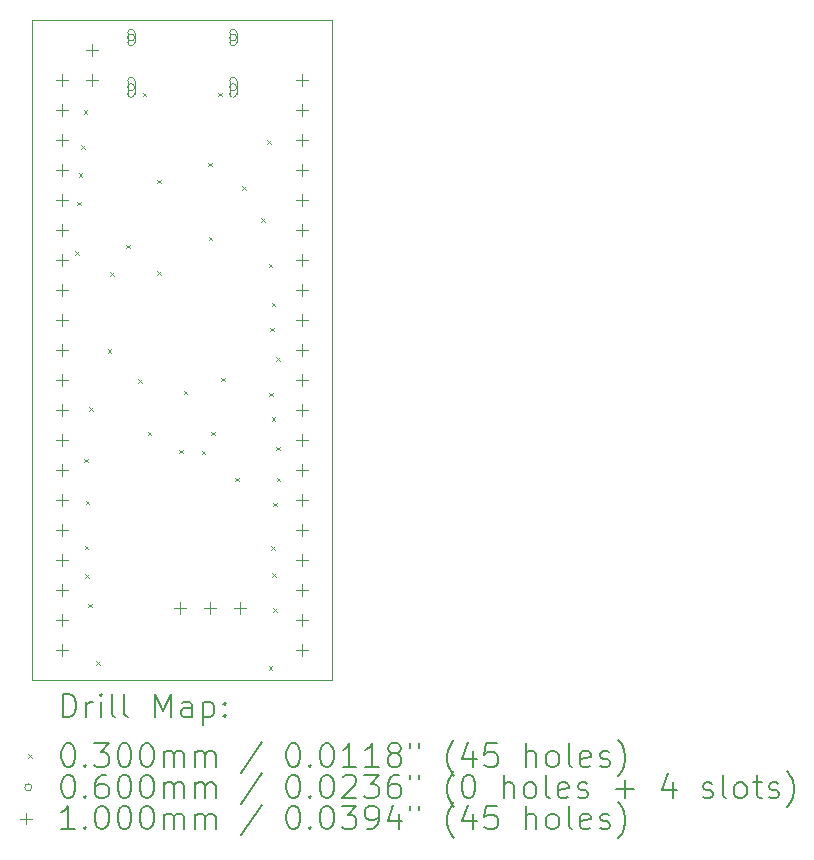
<source format=gbr>
%TF.GenerationSoftware,KiCad,Pcbnew,8.0.3*%
%TF.CreationDate,2024-07-23T22:42:39-04:00*%
%TF.ProjectId,RP2040 Custom,52503230-3430-4204-9375-73746f6d2e6b,rev?*%
%TF.SameCoordinates,Original*%
%TF.FileFunction,Drillmap*%
%TF.FilePolarity,Positive*%
%FSLAX45Y45*%
G04 Gerber Fmt 4.5, Leading zero omitted, Abs format (unit mm)*
G04 Created by KiCad (PCBNEW 8.0.3) date 2024-07-23 22:42:39*
%MOMM*%
%LPD*%
G01*
G04 APERTURE LIST*
%ADD10C,0.050000*%
%ADD11C,0.200000*%
%ADD12C,0.100000*%
G04 APERTURE END LIST*
D10*
X12700000Y-4318000D02*
X15240000Y-4318000D01*
X15240000Y-9906000D01*
X12700000Y-9906000D01*
X12700000Y-4318000D01*
D11*
D12*
X13066000Y-6271500D02*
X13096000Y-6301500D01*
X13096000Y-6271500D02*
X13066000Y-6301500D01*
X13081240Y-5854940D02*
X13111240Y-5884940D01*
X13111240Y-5854940D02*
X13081240Y-5884940D01*
X13093940Y-5611100D02*
X13123940Y-5641100D01*
X13123940Y-5611100D02*
X13093940Y-5641100D01*
X13114260Y-5377420D02*
X13144260Y-5407420D01*
X13144260Y-5377420D02*
X13114260Y-5407420D01*
X13137120Y-5077700D02*
X13167120Y-5107700D01*
X13167120Y-5077700D02*
X13137120Y-5107700D01*
X13142200Y-8031720D02*
X13172200Y-8061720D01*
X13172200Y-8031720D02*
X13142200Y-8061720D01*
X13144740Y-8765780D02*
X13174740Y-8795780D01*
X13174740Y-8765780D02*
X13144740Y-8795780D01*
X13149820Y-9009620D02*
X13179820Y-9039620D01*
X13179820Y-9009620D02*
X13149820Y-9039620D01*
X13154900Y-8384780D02*
X13184900Y-8414780D01*
X13184900Y-8384780D02*
X13154900Y-8414780D01*
X13175220Y-9258540D02*
X13205220Y-9288540D01*
X13205220Y-9258540D02*
X13175220Y-9288540D01*
X13182840Y-7592300D02*
X13212840Y-7622300D01*
X13212840Y-7592300D02*
X13182840Y-7622300D01*
X13241260Y-9746220D02*
X13271260Y-9776220D01*
X13271260Y-9746220D02*
X13241260Y-9776220D01*
X13340320Y-7102080D02*
X13370320Y-7132080D01*
X13370320Y-7102080D02*
X13340320Y-7132080D01*
X13360640Y-6449300D02*
X13390640Y-6479300D01*
X13390640Y-6449300D02*
X13360640Y-6479300D01*
X13495260Y-6218160D02*
X13525260Y-6248160D01*
X13525260Y-6218160D02*
X13495260Y-6248160D01*
X13596860Y-7358620D02*
X13626860Y-7388620D01*
X13626860Y-7358620D02*
X13596860Y-7388620D01*
X13637500Y-4930380D02*
X13667500Y-4960380D01*
X13667500Y-4930380D02*
X13637500Y-4960380D01*
X13680680Y-7803120D02*
X13710680Y-7833120D01*
X13710680Y-7803120D02*
X13680680Y-7833120D01*
X13759420Y-5666980D02*
X13789420Y-5696980D01*
X13789420Y-5666980D02*
X13759420Y-5696980D01*
X13759420Y-6444220D02*
X13789420Y-6474220D01*
X13789420Y-6444220D02*
X13759420Y-6474220D01*
X13944840Y-7952980D02*
X13974840Y-7982980D01*
X13974840Y-7952980D02*
X13944840Y-7982980D01*
X13985480Y-7455140D02*
X14015480Y-7485140D01*
X14015480Y-7455140D02*
X13985480Y-7485140D01*
X14137880Y-7963140D02*
X14167880Y-7993140D01*
X14167880Y-7963140D02*
X14137880Y-7993140D01*
X14191220Y-5524740D02*
X14221220Y-5554740D01*
X14221220Y-5524740D02*
X14191220Y-5554740D01*
X14196300Y-6149580D02*
X14226300Y-6179580D01*
X14226300Y-6149580D02*
X14196300Y-6179580D01*
X14216620Y-7803120D02*
X14246620Y-7833120D01*
X14246620Y-7803120D02*
X14216620Y-7833120D01*
X14277580Y-4930380D02*
X14307580Y-4960380D01*
X14307580Y-4930380D02*
X14277580Y-4960380D01*
X14300440Y-7345920D02*
X14330440Y-7375920D01*
X14330440Y-7345920D02*
X14300440Y-7375920D01*
X14419820Y-8191740D02*
X14449820Y-8221740D01*
X14449820Y-8191740D02*
X14419820Y-8221740D01*
X14480780Y-5722860D02*
X14510780Y-5752860D01*
X14510780Y-5722860D02*
X14480780Y-5752860D01*
X14640800Y-5994640D02*
X14670800Y-6024640D01*
X14670800Y-5994640D02*
X14640800Y-6024640D01*
X14689060Y-5331700D02*
X14719060Y-5361700D01*
X14719060Y-5331700D02*
X14689060Y-5361700D01*
X14701760Y-9786860D02*
X14731760Y-9816860D01*
X14731760Y-9786860D02*
X14701760Y-9816860D01*
X14704300Y-6380720D02*
X14734300Y-6410720D01*
X14734300Y-6380720D02*
X14704300Y-6410720D01*
X14710032Y-7472857D02*
X14740032Y-7502857D01*
X14740032Y-7472857D02*
X14710032Y-7502857D01*
X14717000Y-6921740D02*
X14747000Y-6951740D01*
X14747000Y-6921740D02*
X14717000Y-6951740D01*
X14724620Y-8773400D02*
X14754620Y-8803400D01*
X14754620Y-8773400D02*
X14724620Y-8803400D01*
X14727160Y-7681200D02*
X14757160Y-7711200D01*
X14757160Y-7681200D02*
X14727160Y-7711200D01*
X14729700Y-6708380D02*
X14759700Y-6738380D01*
X14759700Y-6708380D02*
X14729700Y-6738380D01*
X14734780Y-9002000D02*
X14764780Y-9032000D01*
X14764780Y-9002000D02*
X14734780Y-9032000D01*
X14739860Y-8402560D02*
X14769860Y-8432560D01*
X14769860Y-8402560D02*
X14739860Y-8432560D01*
X14739860Y-9296640D02*
X14769860Y-9326640D01*
X14769860Y-9296640D02*
X14739860Y-9326640D01*
X14767800Y-7173200D02*
X14797800Y-7203200D01*
X14797800Y-7173200D02*
X14767800Y-7203200D01*
X14767800Y-7930120D02*
X14797800Y-7960120D01*
X14797800Y-7930120D02*
X14767800Y-7960120D01*
X14770340Y-8191740D02*
X14800340Y-8221740D01*
X14800340Y-8191740D02*
X14770340Y-8221740D01*
X13568000Y-4464500D02*
G75*
G02*
X13508000Y-4464500I-30000J0D01*
G01*
X13508000Y-4464500D02*
G75*
G02*
X13568000Y-4464500I30000J0D01*
G01*
X13568000Y-4504500D02*
X13568000Y-4424500D01*
X13508000Y-4424500D02*
G75*
G02*
X13568000Y-4424500I30000J0D01*
G01*
X13508000Y-4424500D02*
X13508000Y-4504500D01*
X13508000Y-4504500D02*
G75*
G03*
X13568000Y-4504500I30000J0D01*
G01*
X13568000Y-4884500D02*
G75*
G02*
X13508000Y-4884500I-30000J0D01*
G01*
X13508000Y-4884500D02*
G75*
G02*
X13568000Y-4884500I30000J0D01*
G01*
X13568000Y-4939500D02*
X13568000Y-4829500D01*
X13508000Y-4829500D02*
G75*
G02*
X13568000Y-4829500I30000J0D01*
G01*
X13508000Y-4829500D02*
X13508000Y-4939500D01*
X13508000Y-4939500D02*
G75*
G03*
X13568000Y-4939500I30000J0D01*
G01*
X14432000Y-4464500D02*
G75*
G02*
X14372000Y-4464500I-30000J0D01*
G01*
X14372000Y-4464500D02*
G75*
G02*
X14432000Y-4464500I30000J0D01*
G01*
X14432000Y-4504500D02*
X14432000Y-4424500D01*
X14372000Y-4424500D02*
G75*
G02*
X14432000Y-4424500I30000J0D01*
G01*
X14372000Y-4424500D02*
X14372000Y-4504500D01*
X14372000Y-4504500D02*
G75*
G03*
X14432000Y-4504500I30000J0D01*
G01*
X14432000Y-4884500D02*
G75*
G02*
X14372000Y-4884500I-30000J0D01*
G01*
X14372000Y-4884500D02*
G75*
G02*
X14432000Y-4884500I30000J0D01*
G01*
X14432000Y-4939500D02*
X14432000Y-4829500D01*
X14372000Y-4829500D02*
G75*
G02*
X14432000Y-4829500I30000J0D01*
G01*
X14372000Y-4829500D02*
X14372000Y-4939500D01*
X14372000Y-4939500D02*
G75*
G03*
X14432000Y-4939500I30000J0D01*
G01*
X12954000Y-4776000D02*
X12954000Y-4876000D01*
X12904000Y-4826000D02*
X13004000Y-4826000D01*
X12954000Y-5030000D02*
X12954000Y-5130000D01*
X12904000Y-5080000D02*
X13004000Y-5080000D01*
X12954000Y-5284000D02*
X12954000Y-5384000D01*
X12904000Y-5334000D02*
X13004000Y-5334000D01*
X12954000Y-5538000D02*
X12954000Y-5638000D01*
X12904000Y-5588000D02*
X13004000Y-5588000D01*
X12954000Y-5792000D02*
X12954000Y-5892000D01*
X12904000Y-5842000D02*
X13004000Y-5842000D01*
X12954000Y-6046000D02*
X12954000Y-6146000D01*
X12904000Y-6096000D02*
X13004000Y-6096000D01*
X12954000Y-6300000D02*
X12954000Y-6400000D01*
X12904000Y-6350000D02*
X13004000Y-6350000D01*
X12954000Y-6554000D02*
X12954000Y-6654000D01*
X12904000Y-6604000D02*
X13004000Y-6604000D01*
X12954000Y-6808000D02*
X12954000Y-6908000D01*
X12904000Y-6858000D02*
X13004000Y-6858000D01*
X12954000Y-7062000D02*
X12954000Y-7162000D01*
X12904000Y-7112000D02*
X13004000Y-7112000D01*
X12954000Y-7316000D02*
X12954000Y-7416000D01*
X12904000Y-7366000D02*
X13004000Y-7366000D01*
X12954000Y-7570000D02*
X12954000Y-7670000D01*
X12904000Y-7620000D02*
X13004000Y-7620000D01*
X12954000Y-7824000D02*
X12954000Y-7924000D01*
X12904000Y-7874000D02*
X13004000Y-7874000D01*
X12954000Y-8078000D02*
X12954000Y-8178000D01*
X12904000Y-8128000D02*
X13004000Y-8128000D01*
X12954000Y-8332000D02*
X12954000Y-8432000D01*
X12904000Y-8382000D02*
X13004000Y-8382000D01*
X12954000Y-8586000D02*
X12954000Y-8686000D01*
X12904000Y-8636000D02*
X13004000Y-8636000D01*
X12954000Y-8840000D02*
X12954000Y-8940000D01*
X12904000Y-8890000D02*
X13004000Y-8890000D01*
X12954000Y-9094000D02*
X12954000Y-9194000D01*
X12904000Y-9144000D02*
X13004000Y-9144000D01*
X12954000Y-9348000D02*
X12954000Y-9448000D01*
X12904000Y-9398000D02*
X13004000Y-9398000D01*
X12954000Y-9602000D02*
X12954000Y-9702000D01*
X12904000Y-9652000D02*
X13004000Y-9652000D01*
X13208000Y-4522000D02*
X13208000Y-4622000D01*
X13158000Y-4572000D02*
X13258000Y-4572000D01*
X13208000Y-4776000D02*
X13208000Y-4876000D01*
X13158000Y-4826000D02*
X13258000Y-4826000D01*
X13952220Y-9246400D02*
X13952220Y-9346400D01*
X13902220Y-9296400D02*
X14002220Y-9296400D01*
X14206220Y-9246400D02*
X14206220Y-9346400D01*
X14156220Y-9296400D02*
X14256220Y-9296400D01*
X14460220Y-9246400D02*
X14460220Y-9346400D01*
X14410220Y-9296400D02*
X14510220Y-9296400D01*
X14986000Y-4776000D02*
X14986000Y-4876000D01*
X14936000Y-4826000D02*
X15036000Y-4826000D01*
X14986000Y-5030000D02*
X14986000Y-5130000D01*
X14936000Y-5080000D02*
X15036000Y-5080000D01*
X14986000Y-5284000D02*
X14986000Y-5384000D01*
X14936000Y-5334000D02*
X15036000Y-5334000D01*
X14986000Y-5538000D02*
X14986000Y-5638000D01*
X14936000Y-5588000D02*
X15036000Y-5588000D01*
X14986000Y-5792000D02*
X14986000Y-5892000D01*
X14936000Y-5842000D02*
X15036000Y-5842000D01*
X14986000Y-6046000D02*
X14986000Y-6146000D01*
X14936000Y-6096000D02*
X15036000Y-6096000D01*
X14986000Y-6300000D02*
X14986000Y-6400000D01*
X14936000Y-6350000D02*
X15036000Y-6350000D01*
X14986000Y-6554000D02*
X14986000Y-6654000D01*
X14936000Y-6604000D02*
X15036000Y-6604000D01*
X14986000Y-6808000D02*
X14986000Y-6908000D01*
X14936000Y-6858000D02*
X15036000Y-6858000D01*
X14986000Y-7062000D02*
X14986000Y-7162000D01*
X14936000Y-7112000D02*
X15036000Y-7112000D01*
X14986000Y-7316000D02*
X14986000Y-7416000D01*
X14936000Y-7366000D02*
X15036000Y-7366000D01*
X14986000Y-7570000D02*
X14986000Y-7670000D01*
X14936000Y-7620000D02*
X15036000Y-7620000D01*
X14986000Y-7824000D02*
X14986000Y-7924000D01*
X14936000Y-7874000D02*
X15036000Y-7874000D01*
X14986000Y-8078000D02*
X14986000Y-8178000D01*
X14936000Y-8128000D02*
X15036000Y-8128000D01*
X14986000Y-8332000D02*
X14986000Y-8432000D01*
X14936000Y-8382000D02*
X15036000Y-8382000D01*
X14986000Y-8586000D02*
X14986000Y-8686000D01*
X14936000Y-8636000D02*
X15036000Y-8636000D01*
X14986000Y-8840000D02*
X14986000Y-8940000D01*
X14936000Y-8890000D02*
X15036000Y-8890000D01*
X14986000Y-9094000D02*
X14986000Y-9194000D01*
X14936000Y-9144000D02*
X15036000Y-9144000D01*
X14986000Y-9348000D02*
X14986000Y-9448000D01*
X14936000Y-9398000D02*
X15036000Y-9398000D01*
X14986000Y-9602000D02*
X14986000Y-9702000D01*
X14936000Y-9652000D02*
X15036000Y-9652000D01*
D11*
X12958277Y-10219984D02*
X12958277Y-10019984D01*
X12958277Y-10019984D02*
X13005896Y-10019984D01*
X13005896Y-10019984D02*
X13034467Y-10029508D01*
X13034467Y-10029508D02*
X13053515Y-10048555D01*
X13053515Y-10048555D02*
X13063039Y-10067603D01*
X13063039Y-10067603D02*
X13072562Y-10105698D01*
X13072562Y-10105698D02*
X13072562Y-10134270D01*
X13072562Y-10134270D02*
X13063039Y-10172365D01*
X13063039Y-10172365D02*
X13053515Y-10191412D01*
X13053515Y-10191412D02*
X13034467Y-10210460D01*
X13034467Y-10210460D02*
X13005896Y-10219984D01*
X13005896Y-10219984D02*
X12958277Y-10219984D01*
X13158277Y-10219984D02*
X13158277Y-10086650D01*
X13158277Y-10124746D02*
X13167801Y-10105698D01*
X13167801Y-10105698D02*
X13177324Y-10096174D01*
X13177324Y-10096174D02*
X13196372Y-10086650D01*
X13196372Y-10086650D02*
X13215420Y-10086650D01*
X13282086Y-10219984D02*
X13282086Y-10086650D01*
X13282086Y-10019984D02*
X13272562Y-10029508D01*
X13272562Y-10029508D02*
X13282086Y-10039031D01*
X13282086Y-10039031D02*
X13291610Y-10029508D01*
X13291610Y-10029508D02*
X13282086Y-10019984D01*
X13282086Y-10019984D02*
X13282086Y-10039031D01*
X13405896Y-10219984D02*
X13386848Y-10210460D01*
X13386848Y-10210460D02*
X13377324Y-10191412D01*
X13377324Y-10191412D02*
X13377324Y-10019984D01*
X13510658Y-10219984D02*
X13491610Y-10210460D01*
X13491610Y-10210460D02*
X13482086Y-10191412D01*
X13482086Y-10191412D02*
X13482086Y-10019984D01*
X13739229Y-10219984D02*
X13739229Y-10019984D01*
X13739229Y-10019984D02*
X13805896Y-10162841D01*
X13805896Y-10162841D02*
X13872562Y-10019984D01*
X13872562Y-10019984D02*
X13872562Y-10219984D01*
X14053515Y-10219984D02*
X14053515Y-10115222D01*
X14053515Y-10115222D02*
X14043991Y-10096174D01*
X14043991Y-10096174D02*
X14024943Y-10086650D01*
X14024943Y-10086650D02*
X13986848Y-10086650D01*
X13986848Y-10086650D02*
X13967801Y-10096174D01*
X14053515Y-10210460D02*
X14034467Y-10219984D01*
X14034467Y-10219984D02*
X13986848Y-10219984D01*
X13986848Y-10219984D02*
X13967801Y-10210460D01*
X13967801Y-10210460D02*
X13958277Y-10191412D01*
X13958277Y-10191412D02*
X13958277Y-10172365D01*
X13958277Y-10172365D02*
X13967801Y-10153317D01*
X13967801Y-10153317D02*
X13986848Y-10143793D01*
X13986848Y-10143793D02*
X14034467Y-10143793D01*
X14034467Y-10143793D02*
X14053515Y-10134270D01*
X14148753Y-10086650D02*
X14148753Y-10286650D01*
X14148753Y-10096174D02*
X14167801Y-10086650D01*
X14167801Y-10086650D02*
X14205896Y-10086650D01*
X14205896Y-10086650D02*
X14224943Y-10096174D01*
X14224943Y-10096174D02*
X14234467Y-10105698D01*
X14234467Y-10105698D02*
X14243991Y-10124746D01*
X14243991Y-10124746D02*
X14243991Y-10181889D01*
X14243991Y-10181889D02*
X14234467Y-10200936D01*
X14234467Y-10200936D02*
X14224943Y-10210460D01*
X14224943Y-10210460D02*
X14205896Y-10219984D01*
X14205896Y-10219984D02*
X14167801Y-10219984D01*
X14167801Y-10219984D02*
X14148753Y-10210460D01*
X14329705Y-10200936D02*
X14339229Y-10210460D01*
X14339229Y-10210460D02*
X14329705Y-10219984D01*
X14329705Y-10219984D02*
X14320182Y-10210460D01*
X14320182Y-10210460D02*
X14329705Y-10200936D01*
X14329705Y-10200936D02*
X14329705Y-10219984D01*
X14329705Y-10096174D02*
X14339229Y-10105698D01*
X14339229Y-10105698D02*
X14329705Y-10115222D01*
X14329705Y-10115222D02*
X14320182Y-10105698D01*
X14320182Y-10105698D02*
X14329705Y-10096174D01*
X14329705Y-10096174D02*
X14329705Y-10115222D01*
D12*
X12667500Y-10533500D02*
X12697500Y-10563500D01*
X12697500Y-10533500D02*
X12667500Y-10563500D01*
D11*
X12996372Y-10439984D02*
X13015420Y-10439984D01*
X13015420Y-10439984D02*
X13034467Y-10449508D01*
X13034467Y-10449508D02*
X13043991Y-10459031D01*
X13043991Y-10459031D02*
X13053515Y-10478079D01*
X13053515Y-10478079D02*
X13063039Y-10516174D01*
X13063039Y-10516174D02*
X13063039Y-10563793D01*
X13063039Y-10563793D02*
X13053515Y-10601889D01*
X13053515Y-10601889D02*
X13043991Y-10620936D01*
X13043991Y-10620936D02*
X13034467Y-10630460D01*
X13034467Y-10630460D02*
X13015420Y-10639984D01*
X13015420Y-10639984D02*
X12996372Y-10639984D01*
X12996372Y-10639984D02*
X12977324Y-10630460D01*
X12977324Y-10630460D02*
X12967801Y-10620936D01*
X12967801Y-10620936D02*
X12958277Y-10601889D01*
X12958277Y-10601889D02*
X12948753Y-10563793D01*
X12948753Y-10563793D02*
X12948753Y-10516174D01*
X12948753Y-10516174D02*
X12958277Y-10478079D01*
X12958277Y-10478079D02*
X12967801Y-10459031D01*
X12967801Y-10459031D02*
X12977324Y-10449508D01*
X12977324Y-10449508D02*
X12996372Y-10439984D01*
X13148753Y-10620936D02*
X13158277Y-10630460D01*
X13158277Y-10630460D02*
X13148753Y-10639984D01*
X13148753Y-10639984D02*
X13139229Y-10630460D01*
X13139229Y-10630460D02*
X13148753Y-10620936D01*
X13148753Y-10620936D02*
X13148753Y-10639984D01*
X13224943Y-10439984D02*
X13348753Y-10439984D01*
X13348753Y-10439984D02*
X13282086Y-10516174D01*
X13282086Y-10516174D02*
X13310658Y-10516174D01*
X13310658Y-10516174D02*
X13329705Y-10525698D01*
X13329705Y-10525698D02*
X13339229Y-10535222D01*
X13339229Y-10535222D02*
X13348753Y-10554270D01*
X13348753Y-10554270D02*
X13348753Y-10601889D01*
X13348753Y-10601889D02*
X13339229Y-10620936D01*
X13339229Y-10620936D02*
X13329705Y-10630460D01*
X13329705Y-10630460D02*
X13310658Y-10639984D01*
X13310658Y-10639984D02*
X13253515Y-10639984D01*
X13253515Y-10639984D02*
X13234467Y-10630460D01*
X13234467Y-10630460D02*
X13224943Y-10620936D01*
X13472562Y-10439984D02*
X13491610Y-10439984D01*
X13491610Y-10439984D02*
X13510658Y-10449508D01*
X13510658Y-10449508D02*
X13520182Y-10459031D01*
X13520182Y-10459031D02*
X13529705Y-10478079D01*
X13529705Y-10478079D02*
X13539229Y-10516174D01*
X13539229Y-10516174D02*
X13539229Y-10563793D01*
X13539229Y-10563793D02*
X13529705Y-10601889D01*
X13529705Y-10601889D02*
X13520182Y-10620936D01*
X13520182Y-10620936D02*
X13510658Y-10630460D01*
X13510658Y-10630460D02*
X13491610Y-10639984D01*
X13491610Y-10639984D02*
X13472562Y-10639984D01*
X13472562Y-10639984D02*
X13453515Y-10630460D01*
X13453515Y-10630460D02*
X13443991Y-10620936D01*
X13443991Y-10620936D02*
X13434467Y-10601889D01*
X13434467Y-10601889D02*
X13424943Y-10563793D01*
X13424943Y-10563793D02*
X13424943Y-10516174D01*
X13424943Y-10516174D02*
X13434467Y-10478079D01*
X13434467Y-10478079D02*
X13443991Y-10459031D01*
X13443991Y-10459031D02*
X13453515Y-10449508D01*
X13453515Y-10449508D02*
X13472562Y-10439984D01*
X13663039Y-10439984D02*
X13682086Y-10439984D01*
X13682086Y-10439984D02*
X13701134Y-10449508D01*
X13701134Y-10449508D02*
X13710658Y-10459031D01*
X13710658Y-10459031D02*
X13720182Y-10478079D01*
X13720182Y-10478079D02*
X13729705Y-10516174D01*
X13729705Y-10516174D02*
X13729705Y-10563793D01*
X13729705Y-10563793D02*
X13720182Y-10601889D01*
X13720182Y-10601889D02*
X13710658Y-10620936D01*
X13710658Y-10620936D02*
X13701134Y-10630460D01*
X13701134Y-10630460D02*
X13682086Y-10639984D01*
X13682086Y-10639984D02*
X13663039Y-10639984D01*
X13663039Y-10639984D02*
X13643991Y-10630460D01*
X13643991Y-10630460D02*
X13634467Y-10620936D01*
X13634467Y-10620936D02*
X13624943Y-10601889D01*
X13624943Y-10601889D02*
X13615420Y-10563793D01*
X13615420Y-10563793D02*
X13615420Y-10516174D01*
X13615420Y-10516174D02*
X13624943Y-10478079D01*
X13624943Y-10478079D02*
X13634467Y-10459031D01*
X13634467Y-10459031D02*
X13643991Y-10449508D01*
X13643991Y-10449508D02*
X13663039Y-10439984D01*
X13815420Y-10639984D02*
X13815420Y-10506650D01*
X13815420Y-10525698D02*
X13824943Y-10516174D01*
X13824943Y-10516174D02*
X13843991Y-10506650D01*
X13843991Y-10506650D02*
X13872563Y-10506650D01*
X13872563Y-10506650D02*
X13891610Y-10516174D01*
X13891610Y-10516174D02*
X13901134Y-10535222D01*
X13901134Y-10535222D02*
X13901134Y-10639984D01*
X13901134Y-10535222D02*
X13910658Y-10516174D01*
X13910658Y-10516174D02*
X13929705Y-10506650D01*
X13929705Y-10506650D02*
X13958277Y-10506650D01*
X13958277Y-10506650D02*
X13977324Y-10516174D01*
X13977324Y-10516174D02*
X13986848Y-10535222D01*
X13986848Y-10535222D02*
X13986848Y-10639984D01*
X14082086Y-10639984D02*
X14082086Y-10506650D01*
X14082086Y-10525698D02*
X14091610Y-10516174D01*
X14091610Y-10516174D02*
X14110658Y-10506650D01*
X14110658Y-10506650D02*
X14139229Y-10506650D01*
X14139229Y-10506650D02*
X14158277Y-10516174D01*
X14158277Y-10516174D02*
X14167801Y-10535222D01*
X14167801Y-10535222D02*
X14167801Y-10639984D01*
X14167801Y-10535222D02*
X14177324Y-10516174D01*
X14177324Y-10516174D02*
X14196372Y-10506650D01*
X14196372Y-10506650D02*
X14224943Y-10506650D01*
X14224943Y-10506650D02*
X14243991Y-10516174D01*
X14243991Y-10516174D02*
X14253515Y-10535222D01*
X14253515Y-10535222D02*
X14253515Y-10639984D01*
X14643991Y-10430460D02*
X14472563Y-10687603D01*
X14901134Y-10439984D02*
X14920182Y-10439984D01*
X14920182Y-10439984D02*
X14939229Y-10449508D01*
X14939229Y-10449508D02*
X14948753Y-10459031D01*
X14948753Y-10459031D02*
X14958277Y-10478079D01*
X14958277Y-10478079D02*
X14967801Y-10516174D01*
X14967801Y-10516174D02*
X14967801Y-10563793D01*
X14967801Y-10563793D02*
X14958277Y-10601889D01*
X14958277Y-10601889D02*
X14948753Y-10620936D01*
X14948753Y-10620936D02*
X14939229Y-10630460D01*
X14939229Y-10630460D02*
X14920182Y-10639984D01*
X14920182Y-10639984D02*
X14901134Y-10639984D01*
X14901134Y-10639984D02*
X14882086Y-10630460D01*
X14882086Y-10630460D02*
X14872563Y-10620936D01*
X14872563Y-10620936D02*
X14863039Y-10601889D01*
X14863039Y-10601889D02*
X14853515Y-10563793D01*
X14853515Y-10563793D02*
X14853515Y-10516174D01*
X14853515Y-10516174D02*
X14863039Y-10478079D01*
X14863039Y-10478079D02*
X14872563Y-10459031D01*
X14872563Y-10459031D02*
X14882086Y-10449508D01*
X14882086Y-10449508D02*
X14901134Y-10439984D01*
X15053515Y-10620936D02*
X15063039Y-10630460D01*
X15063039Y-10630460D02*
X15053515Y-10639984D01*
X15053515Y-10639984D02*
X15043991Y-10630460D01*
X15043991Y-10630460D02*
X15053515Y-10620936D01*
X15053515Y-10620936D02*
X15053515Y-10639984D01*
X15186848Y-10439984D02*
X15205896Y-10439984D01*
X15205896Y-10439984D02*
X15224944Y-10449508D01*
X15224944Y-10449508D02*
X15234467Y-10459031D01*
X15234467Y-10459031D02*
X15243991Y-10478079D01*
X15243991Y-10478079D02*
X15253515Y-10516174D01*
X15253515Y-10516174D02*
X15253515Y-10563793D01*
X15253515Y-10563793D02*
X15243991Y-10601889D01*
X15243991Y-10601889D02*
X15234467Y-10620936D01*
X15234467Y-10620936D02*
X15224944Y-10630460D01*
X15224944Y-10630460D02*
X15205896Y-10639984D01*
X15205896Y-10639984D02*
X15186848Y-10639984D01*
X15186848Y-10639984D02*
X15167801Y-10630460D01*
X15167801Y-10630460D02*
X15158277Y-10620936D01*
X15158277Y-10620936D02*
X15148753Y-10601889D01*
X15148753Y-10601889D02*
X15139229Y-10563793D01*
X15139229Y-10563793D02*
X15139229Y-10516174D01*
X15139229Y-10516174D02*
X15148753Y-10478079D01*
X15148753Y-10478079D02*
X15158277Y-10459031D01*
X15158277Y-10459031D02*
X15167801Y-10449508D01*
X15167801Y-10449508D02*
X15186848Y-10439984D01*
X15443991Y-10639984D02*
X15329706Y-10639984D01*
X15386848Y-10639984D02*
X15386848Y-10439984D01*
X15386848Y-10439984D02*
X15367801Y-10468555D01*
X15367801Y-10468555D02*
X15348753Y-10487603D01*
X15348753Y-10487603D02*
X15329706Y-10497127D01*
X15634467Y-10639984D02*
X15520182Y-10639984D01*
X15577325Y-10639984D02*
X15577325Y-10439984D01*
X15577325Y-10439984D02*
X15558277Y-10468555D01*
X15558277Y-10468555D02*
X15539229Y-10487603D01*
X15539229Y-10487603D02*
X15520182Y-10497127D01*
X15748753Y-10525698D02*
X15729706Y-10516174D01*
X15729706Y-10516174D02*
X15720182Y-10506650D01*
X15720182Y-10506650D02*
X15710658Y-10487603D01*
X15710658Y-10487603D02*
X15710658Y-10478079D01*
X15710658Y-10478079D02*
X15720182Y-10459031D01*
X15720182Y-10459031D02*
X15729706Y-10449508D01*
X15729706Y-10449508D02*
X15748753Y-10439984D01*
X15748753Y-10439984D02*
X15786848Y-10439984D01*
X15786848Y-10439984D02*
X15805896Y-10449508D01*
X15805896Y-10449508D02*
X15815420Y-10459031D01*
X15815420Y-10459031D02*
X15824944Y-10478079D01*
X15824944Y-10478079D02*
X15824944Y-10487603D01*
X15824944Y-10487603D02*
X15815420Y-10506650D01*
X15815420Y-10506650D02*
X15805896Y-10516174D01*
X15805896Y-10516174D02*
X15786848Y-10525698D01*
X15786848Y-10525698D02*
X15748753Y-10525698D01*
X15748753Y-10525698D02*
X15729706Y-10535222D01*
X15729706Y-10535222D02*
X15720182Y-10544746D01*
X15720182Y-10544746D02*
X15710658Y-10563793D01*
X15710658Y-10563793D02*
X15710658Y-10601889D01*
X15710658Y-10601889D02*
X15720182Y-10620936D01*
X15720182Y-10620936D02*
X15729706Y-10630460D01*
X15729706Y-10630460D02*
X15748753Y-10639984D01*
X15748753Y-10639984D02*
X15786848Y-10639984D01*
X15786848Y-10639984D02*
X15805896Y-10630460D01*
X15805896Y-10630460D02*
X15815420Y-10620936D01*
X15815420Y-10620936D02*
X15824944Y-10601889D01*
X15824944Y-10601889D02*
X15824944Y-10563793D01*
X15824944Y-10563793D02*
X15815420Y-10544746D01*
X15815420Y-10544746D02*
X15805896Y-10535222D01*
X15805896Y-10535222D02*
X15786848Y-10525698D01*
X15901134Y-10439984D02*
X15901134Y-10478079D01*
X15977325Y-10439984D02*
X15977325Y-10478079D01*
X16272563Y-10716174D02*
X16263039Y-10706650D01*
X16263039Y-10706650D02*
X16243991Y-10678079D01*
X16243991Y-10678079D02*
X16234468Y-10659031D01*
X16234468Y-10659031D02*
X16224944Y-10630460D01*
X16224944Y-10630460D02*
X16215420Y-10582841D01*
X16215420Y-10582841D02*
X16215420Y-10544746D01*
X16215420Y-10544746D02*
X16224944Y-10497127D01*
X16224944Y-10497127D02*
X16234468Y-10468555D01*
X16234468Y-10468555D02*
X16243991Y-10449508D01*
X16243991Y-10449508D02*
X16263039Y-10420936D01*
X16263039Y-10420936D02*
X16272563Y-10411412D01*
X16434468Y-10506650D02*
X16434468Y-10639984D01*
X16386848Y-10430460D02*
X16339229Y-10573317D01*
X16339229Y-10573317D02*
X16463039Y-10573317D01*
X16634468Y-10439984D02*
X16539229Y-10439984D01*
X16539229Y-10439984D02*
X16529706Y-10535222D01*
X16529706Y-10535222D02*
X16539229Y-10525698D01*
X16539229Y-10525698D02*
X16558277Y-10516174D01*
X16558277Y-10516174D02*
X16605896Y-10516174D01*
X16605896Y-10516174D02*
X16624944Y-10525698D01*
X16624944Y-10525698D02*
X16634468Y-10535222D01*
X16634468Y-10535222D02*
X16643991Y-10554270D01*
X16643991Y-10554270D02*
X16643991Y-10601889D01*
X16643991Y-10601889D02*
X16634468Y-10620936D01*
X16634468Y-10620936D02*
X16624944Y-10630460D01*
X16624944Y-10630460D02*
X16605896Y-10639984D01*
X16605896Y-10639984D02*
X16558277Y-10639984D01*
X16558277Y-10639984D02*
X16539229Y-10630460D01*
X16539229Y-10630460D02*
X16529706Y-10620936D01*
X16882087Y-10639984D02*
X16882087Y-10439984D01*
X16967801Y-10639984D02*
X16967801Y-10535222D01*
X16967801Y-10535222D02*
X16958277Y-10516174D01*
X16958277Y-10516174D02*
X16939230Y-10506650D01*
X16939230Y-10506650D02*
X16910658Y-10506650D01*
X16910658Y-10506650D02*
X16891611Y-10516174D01*
X16891611Y-10516174D02*
X16882087Y-10525698D01*
X17091611Y-10639984D02*
X17072563Y-10630460D01*
X17072563Y-10630460D02*
X17063039Y-10620936D01*
X17063039Y-10620936D02*
X17053515Y-10601889D01*
X17053515Y-10601889D02*
X17053515Y-10544746D01*
X17053515Y-10544746D02*
X17063039Y-10525698D01*
X17063039Y-10525698D02*
X17072563Y-10516174D01*
X17072563Y-10516174D02*
X17091611Y-10506650D01*
X17091611Y-10506650D02*
X17120182Y-10506650D01*
X17120182Y-10506650D02*
X17139230Y-10516174D01*
X17139230Y-10516174D02*
X17148753Y-10525698D01*
X17148753Y-10525698D02*
X17158277Y-10544746D01*
X17158277Y-10544746D02*
X17158277Y-10601889D01*
X17158277Y-10601889D02*
X17148753Y-10620936D01*
X17148753Y-10620936D02*
X17139230Y-10630460D01*
X17139230Y-10630460D02*
X17120182Y-10639984D01*
X17120182Y-10639984D02*
X17091611Y-10639984D01*
X17272563Y-10639984D02*
X17253515Y-10630460D01*
X17253515Y-10630460D02*
X17243992Y-10611412D01*
X17243992Y-10611412D02*
X17243992Y-10439984D01*
X17424944Y-10630460D02*
X17405896Y-10639984D01*
X17405896Y-10639984D02*
X17367801Y-10639984D01*
X17367801Y-10639984D02*
X17348753Y-10630460D01*
X17348753Y-10630460D02*
X17339230Y-10611412D01*
X17339230Y-10611412D02*
X17339230Y-10535222D01*
X17339230Y-10535222D02*
X17348753Y-10516174D01*
X17348753Y-10516174D02*
X17367801Y-10506650D01*
X17367801Y-10506650D02*
X17405896Y-10506650D01*
X17405896Y-10506650D02*
X17424944Y-10516174D01*
X17424944Y-10516174D02*
X17434468Y-10535222D01*
X17434468Y-10535222D02*
X17434468Y-10554270D01*
X17434468Y-10554270D02*
X17339230Y-10573317D01*
X17510658Y-10630460D02*
X17529706Y-10639984D01*
X17529706Y-10639984D02*
X17567801Y-10639984D01*
X17567801Y-10639984D02*
X17586849Y-10630460D01*
X17586849Y-10630460D02*
X17596373Y-10611412D01*
X17596373Y-10611412D02*
X17596373Y-10601889D01*
X17596373Y-10601889D02*
X17586849Y-10582841D01*
X17586849Y-10582841D02*
X17567801Y-10573317D01*
X17567801Y-10573317D02*
X17539230Y-10573317D01*
X17539230Y-10573317D02*
X17520182Y-10563793D01*
X17520182Y-10563793D02*
X17510658Y-10544746D01*
X17510658Y-10544746D02*
X17510658Y-10535222D01*
X17510658Y-10535222D02*
X17520182Y-10516174D01*
X17520182Y-10516174D02*
X17539230Y-10506650D01*
X17539230Y-10506650D02*
X17567801Y-10506650D01*
X17567801Y-10506650D02*
X17586849Y-10516174D01*
X17663039Y-10716174D02*
X17672563Y-10706650D01*
X17672563Y-10706650D02*
X17691611Y-10678079D01*
X17691611Y-10678079D02*
X17701134Y-10659031D01*
X17701134Y-10659031D02*
X17710658Y-10630460D01*
X17710658Y-10630460D02*
X17720182Y-10582841D01*
X17720182Y-10582841D02*
X17720182Y-10544746D01*
X17720182Y-10544746D02*
X17710658Y-10497127D01*
X17710658Y-10497127D02*
X17701134Y-10468555D01*
X17701134Y-10468555D02*
X17691611Y-10449508D01*
X17691611Y-10449508D02*
X17672563Y-10420936D01*
X17672563Y-10420936D02*
X17663039Y-10411412D01*
D12*
X12697500Y-10812500D02*
G75*
G02*
X12637500Y-10812500I-30000J0D01*
G01*
X12637500Y-10812500D02*
G75*
G02*
X12697500Y-10812500I30000J0D01*
G01*
D11*
X12996372Y-10703984D02*
X13015420Y-10703984D01*
X13015420Y-10703984D02*
X13034467Y-10713508D01*
X13034467Y-10713508D02*
X13043991Y-10723031D01*
X13043991Y-10723031D02*
X13053515Y-10742079D01*
X13053515Y-10742079D02*
X13063039Y-10780174D01*
X13063039Y-10780174D02*
X13063039Y-10827793D01*
X13063039Y-10827793D02*
X13053515Y-10865889D01*
X13053515Y-10865889D02*
X13043991Y-10884936D01*
X13043991Y-10884936D02*
X13034467Y-10894460D01*
X13034467Y-10894460D02*
X13015420Y-10903984D01*
X13015420Y-10903984D02*
X12996372Y-10903984D01*
X12996372Y-10903984D02*
X12977324Y-10894460D01*
X12977324Y-10894460D02*
X12967801Y-10884936D01*
X12967801Y-10884936D02*
X12958277Y-10865889D01*
X12958277Y-10865889D02*
X12948753Y-10827793D01*
X12948753Y-10827793D02*
X12948753Y-10780174D01*
X12948753Y-10780174D02*
X12958277Y-10742079D01*
X12958277Y-10742079D02*
X12967801Y-10723031D01*
X12967801Y-10723031D02*
X12977324Y-10713508D01*
X12977324Y-10713508D02*
X12996372Y-10703984D01*
X13148753Y-10884936D02*
X13158277Y-10894460D01*
X13158277Y-10894460D02*
X13148753Y-10903984D01*
X13148753Y-10903984D02*
X13139229Y-10894460D01*
X13139229Y-10894460D02*
X13148753Y-10884936D01*
X13148753Y-10884936D02*
X13148753Y-10903984D01*
X13329705Y-10703984D02*
X13291610Y-10703984D01*
X13291610Y-10703984D02*
X13272562Y-10713508D01*
X13272562Y-10713508D02*
X13263039Y-10723031D01*
X13263039Y-10723031D02*
X13243991Y-10751603D01*
X13243991Y-10751603D02*
X13234467Y-10789698D01*
X13234467Y-10789698D02*
X13234467Y-10865889D01*
X13234467Y-10865889D02*
X13243991Y-10884936D01*
X13243991Y-10884936D02*
X13253515Y-10894460D01*
X13253515Y-10894460D02*
X13272562Y-10903984D01*
X13272562Y-10903984D02*
X13310658Y-10903984D01*
X13310658Y-10903984D02*
X13329705Y-10894460D01*
X13329705Y-10894460D02*
X13339229Y-10884936D01*
X13339229Y-10884936D02*
X13348753Y-10865889D01*
X13348753Y-10865889D02*
X13348753Y-10818270D01*
X13348753Y-10818270D02*
X13339229Y-10799222D01*
X13339229Y-10799222D02*
X13329705Y-10789698D01*
X13329705Y-10789698D02*
X13310658Y-10780174D01*
X13310658Y-10780174D02*
X13272562Y-10780174D01*
X13272562Y-10780174D02*
X13253515Y-10789698D01*
X13253515Y-10789698D02*
X13243991Y-10799222D01*
X13243991Y-10799222D02*
X13234467Y-10818270D01*
X13472562Y-10703984D02*
X13491610Y-10703984D01*
X13491610Y-10703984D02*
X13510658Y-10713508D01*
X13510658Y-10713508D02*
X13520182Y-10723031D01*
X13520182Y-10723031D02*
X13529705Y-10742079D01*
X13529705Y-10742079D02*
X13539229Y-10780174D01*
X13539229Y-10780174D02*
X13539229Y-10827793D01*
X13539229Y-10827793D02*
X13529705Y-10865889D01*
X13529705Y-10865889D02*
X13520182Y-10884936D01*
X13520182Y-10884936D02*
X13510658Y-10894460D01*
X13510658Y-10894460D02*
X13491610Y-10903984D01*
X13491610Y-10903984D02*
X13472562Y-10903984D01*
X13472562Y-10903984D02*
X13453515Y-10894460D01*
X13453515Y-10894460D02*
X13443991Y-10884936D01*
X13443991Y-10884936D02*
X13434467Y-10865889D01*
X13434467Y-10865889D02*
X13424943Y-10827793D01*
X13424943Y-10827793D02*
X13424943Y-10780174D01*
X13424943Y-10780174D02*
X13434467Y-10742079D01*
X13434467Y-10742079D02*
X13443991Y-10723031D01*
X13443991Y-10723031D02*
X13453515Y-10713508D01*
X13453515Y-10713508D02*
X13472562Y-10703984D01*
X13663039Y-10703984D02*
X13682086Y-10703984D01*
X13682086Y-10703984D02*
X13701134Y-10713508D01*
X13701134Y-10713508D02*
X13710658Y-10723031D01*
X13710658Y-10723031D02*
X13720182Y-10742079D01*
X13720182Y-10742079D02*
X13729705Y-10780174D01*
X13729705Y-10780174D02*
X13729705Y-10827793D01*
X13729705Y-10827793D02*
X13720182Y-10865889D01*
X13720182Y-10865889D02*
X13710658Y-10884936D01*
X13710658Y-10884936D02*
X13701134Y-10894460D01*
X13701134Y-10894460D02*
X13682086Y-10903984D01*
X13682086Y-10903984D02*
X13663039Y-10903984D01*
X13663039Y-10903984D02*
X13643991Y-10894460D01*
X13643991Y-10894460D02*
X13634467Y-10884936D01*
X13634467Y-10884936D02*
X13624943Y-10865889D01*
X13624943Y-10865889D02*
X13615420Y-10827793D01*
X13615420Y-10827793D02*
X13615420Y-10780174D01*
X13615420Y-10780174D02*
X13624943Y-10742079D01*
X13624943Y-10742079D02*
X13634467Y-10723031D01*
X13634467Y-10723031D02*
X13643991Y-10713508D01*
X13643991Y-10713508D02*
X13663039Y-10703984D01*
X13815420Y-10903984D02*
X13815420Y-10770650D01*
X13815420Y-10789698D02*
X13824943Y-10780174D01*
X13824943Y-10780174D02*
X13843991Y-10770650D01*
X13843991Y-10770650D02*
X13872563Y-10770650D01*
X13872563Y-10770650D02*
X13891610Y-10780174D01*
X13891610Y-10780174D02*
X13901134Y-10799222D01*
X13901134Y-10799222D02*
X13901134Y-10903984D01*
X13901134Y-10799222D02*
X13910658Y-10780174D01*
X13910658Y-10780174D02*
X13929705Y-10770650D01*
X13929705Y-10770650D02*
X13958277Y-10770650D01*
X13958277Y-10770650D02*
X13977324Y-10780174D01*
X13977324Y-10780174D02*
X13986848Y-10799222D01*
X13986848Y-10799222D02*
X13986848Y-10903984D01*
X14082086Y-10903984D02*
X14082086Y-10770650D01*
X14082086Y-10789698D02*
X14091610Y-10780174D01*
X14091610Y-10780174D02*
X14110658Y-10770650D01*
X14110658Y-10770650D02*
X14139229Y-10770650D01*
X14139229Y-10770650D02*
X14158277Y-10780174D01*
X14158277Y-10780174D02*
X14167801Y-10799222D01*
X14167801Y-10799222D02*
X14167801Y-10903984D01*
X14167801Y-10799222D02*
X14177324Y-10780174D01*
X14177324Y-10780174D02*
X14196372Y-10770650D01*
X14196372Y-10770650D02*
X14224943Y-10770650D01*
X14224943Y-10770650D02*
X14243991Y-10780174D01*
X14243991Y-10780174D02*
X14253515Y-10799222D01*
X14253515Y-10799222D02*
X14253515Y-10903984D01*
X14643991Y-10694460D02*
X14472563Y-10951603D01*
X14901134Y-10703984D02*
X14920182Y-10703984D01*
X14920182Y-10703984D02*
X14939229Y-10713508D01*
X14939229Y-10713508D02*
X14948753Y-10723031D01*
X14948753Y-10723031D02*
X14958277Y-10742079D01*
X14958277Y-10742079D02*
X14967801Y-10780174D01*
X14967801Y-10780174D02*
X14967801Y-10827793D01*
X14967801Y-10827793D02*
X14958277Y-10865889D01*
X14958277Y-10865889D02*
X14948753Y-10884936D01*
X14948753Y-10884936D02*
X14939229Y-10894460D01*
X14939229Y-10894460D02*
X14920182Y-10903984D01*
X14920182Y-10903984D02*
X14901134Y-10903984D01*
X14901134Y-10903984D02*
X14882086Y-10894460D01*
X14882086Y-10894460D02*
X14872563Y-10884936D01*
X14872563Y-10884936D02*
X14863039Y-10865889D01*
X14863039Y-10865889D02*
X14853515Y-10827793D01*
X14853515Y-10827793D02*
X14853515Y-10780174D01*
X14853515Y-10780174D02*
X14863039Y-10742079D01*
X14863039Y-10742079D02*
X14872563Y-10723031D01*
X14872563Y-10723031D02*
X14882086Y-10713508D01*
X14882086Y-10713508D02*
X14901134Y-10703984D01*
X15053515Y-10884936D02*
X15063039Y-10894460D01*
X15063039Y-10894460D02*
X15053515Y-10903984D01*
X15053515Y-10903984D02*
X15043991Y-10894460D01*
X15043991Y-10894460D02*
X15053515Y-10884936D01*
X15053515Y-10884936D02*
X15053515Y-10903984D01*
X15186848Y-10703984D02*
X15205896Y-10703984D01*
X15205896Y-10703984D02*
X15224944Y-10713508D01*
X15224944Y-10713508D02*
X15234467Y-10723031D01*
X15234467Y-10723031D02*
X15243991Y-10742079D01*
X15243991Y-10742079D02*
X15253515Y-10780174D01*
X15253515Y-10780174D02*
X15253515Y-10827793D01*
X15253515Y-10827793D02*
X15243991Y-10865889D01*
X15243991Y-10865889D02*
X15234467Y-10884936D01*
X15234467Y-10884936D02*
X15224944Y-10894460D01*
X15224944Y-10894460D02*
X15205896Y-10903984D01*
X15205896Y-10903984D02*
X15186848Y-10903984D01*
X15186848Y-10903984D02*
X15167801Y-10894460D01*
X15167801Y-10894460D02*
X15158277Y-10884936D01*
X15158277Y-10884936D02*
X15148753Y-10865889D01*
X15148753Y-10865889D02*
X15139229Y-10827793D01*
X15139229Y-10827793D02*
X15139229Y-10780174D01*
X15139229Y-10780174D02*
X15148753Y-10742079D01*
X15148753Y-10742079D02*
X15158277Y-10723031D01*
X15158277Y-10723031D02*
X15167801Y-10713508D01*
X15167801Y-10713508D02*
X15186848Y-10703984D01*
X15329706Y-10723031D02*
X15339229Y-10713508D01*
X15339229Y-10713508D02*
X15358277Y-10703984D01*
X15358277Y-10703984D02*
X15405896Y-10703984D01*
X15405896Y-10703984D02*
X15424944Y-10713508D01*
X15424944Y-10713508D02*
X15434467Y-10723031D01*
X15434467Y-10723031D02*
X15443991Y-10742079D01*
X15443991Y-10742079D02*
X15443991Y-10761127D01*
X15443991Y-10761127D02*
X15434467Y-10789698D01*
X15434467Y-10789698D02*
X15320182Y-10903984D01*
X15320182Y-10903984D02*
X15443991Y-10903984D01*
X15510658Y-10703984D02*
X15634467Y-10703984D01*
X15634467Y-10703984D02*
X15567801Y-10780174D01*
X15567801Y-10780174D02*
X15596372Y-10780174D01*
X15596372Y-10780174D02*
X15615420Y-10789698D01*
X15615420Y-10789698D02*
X15624944Y-10799222D01*
X15624944Y-10799222D02*
X15634467Y-10818270D01*
X15634467Y-10818270D02*
X15634467Y-10865889D01*
X15634467Y-10865889D02*
X15624944Y-10884936D01*
X15624944Y-10884936D02*
X15615420Y-10894460D01*
X15615420Y-10894460D02*
X15596372Y-10903984D01*
X15596372Y-10903984D02*
X15539229Y-10903984D01*
X15539229Y-10903984D02*
X15520182Y-10894460D01*
X15520182Y-10894460D02*
X15510658Y-10884936D01*
X15805896Y-10703984D02*
X15767801Y-10703984D01*
X15767801Y-10703984D02*
X15748753Y-10713508D01*
X15748753Y-10713508D02*
X15739229Y-10723031D01*
X15739229Y-10723031D02*
X15720182Y-10751603D01*
X15720182Y-10751603D02*
X15710658Y-10789698D01*
X15710658Y-10789698D02*
X15710658Y-10865889D01*
X15710658Y-10865889D02*
X15720182Y-10884936D01*
X15720182Y-10884936D02*
X15729706Y-10894460D01*
X15729706Y-10894460D02*
X15748753Y-10903984D01*
X15748753Y-10903984D02*
X15786848Y-10903984D01*
X15786848Y-10903984D02*
X15805896Y-10894460D01*
X15805896Y-10894460D02*
X15815420Y-10884936D01*
X15815420Y-10884936D02*
X15824944Y-10865889D01*
X15824944Y-10865889D02*
X15824944Y-10818270D01*
X15824944Y-10818270D02*
X15815420Y-10799222D01*
X15815420Y-10799222D02*
X15805896Y-10789698D01*
X15805896Y-10789698D02*
X15786848Y-10780174D01*
X15786848Y-10780174D02*
X15748753Y-10780174D01*
X15748753Y-10780174D02*
X15729706Y-10789698D01*
X15729706Y-10789698D02*
X15720182Y-10799222D01*
X15720182Y-10799222D02*
X15710658Y-10818270D01*
X15901134Y-10703984D02*
X15901134Y-10742079D01*
X15977325Y-10703984D02*
X15977325Y-10742079D01*
X16272563Y-10980174D02*
X16263039Y-10970650D01*
X16263039Y-10970650D02*
X16243991Y-10942079D01*
X16243991Y-10942079D02*
X16234468Y-10923031D01*
X16234468Y-10923031D02*
X16224944Y-10894460D01*
X16224944Y-10894460D02*
X16215420Y-10846841D01*
X16215420Y-10846841D02*
X16215420Y-10808746D01*
X16215420Y-10808746D02*
X16224944Y-10761127D01*
X16224944Y-10761127D02*
X16234468Y-10732555D01*
X16234468Y-10732555D02*
X16243991Y-10713508D01*
X16243991Y-10713508D02*
X16263039Y-10684936D01*
X16263039Y-10684936D02*
X16272563Y-10675412D01*
X16386848Y-10703984D02*
X16405896Y-10703984D01*
X16405896Y-10703984D02*
X16424944Y-10713508D01*
X16424944Y-10713508D02*
X16434468Y-10723031D01*
X16434468Y-10723031D02*
X16443991Y-10742079D01*
X16443991Y-10742079D02*
X16453515Y-10780174D01*
X16453515Y-10780174D02*
X16453515Y-10827793D01*
X16453515Y-10827793D02*
X16443991Y-10865889D01*
X16443991Y-10865889D02*
X16434468Y-10884936D01*
X16434468Y-10884936D02*
X16424944Y-10894460D01*
X16424944Y-10894460D02*
X16405896Y-10903984D01*
X16405896Y-10903984D02*
X16386848Y-10903984D01*
X16386848Y-10903984D02*
X16367801Y-10894460D01*
X16367801Y-10894460D02*
X16358277Y-10884936D01*
X16358277Y-10884936D02*
X16348753Y-10865889D01*
X16348753Y-10865889D02*
X16339229Y-10827793D01*
X16339229Y-10827793D02*
X16339229Y-10780174D01*
X16339229Y-10780174D02*
X16348753Y-10742079D01*
X16348753Y-10742079D02*
X16358277Y-10723031D01*
X16358277Y-10723031D02*
X16367801Y-10713508D01*
X16367801Y-10713508D02*
X16386848Y-10703984D01*
X16691610Y-10903984D02*
X16691610Y-10703984D01*
X16777325Y-10903984D02*
X16777325Y-10799222D01*
X16777325Y-10799222D02*
X16767801Y-10780174D01*
X16767801Y-10780174D02*
X16748753Y-10770650D01*
X16748753Y-10770650D02*
X16720182Y-10770650D01*
X16720182Y-10770650D02*
X16701134Y-10780174D01*
X16701134Y-10780174D02*
X16691610Y-10789698D01*
X16901134Y-10903984D02*
X16882087Y-10894460D01*
X16882087Y-10894460D02*
X16872563Y-10884936D01*
X16872563Y-10884936D02*
X16863039Y-10865889D01*
X16863039Y-10865889D02*
X16863039Y-10808746D01*
X16863039Y-10808746D02*
X16872563Y-10789698D01*
X16872563Y-10789698D02*
X16882087Y-10780174D01*
X16882087Y-10780174D02*
X16901134Y-10770650D01*
X16901134Y-10770650D02*
X16929706Y-10770650D01*
X16929706Y-10770650D02*
X16948753Y-10780174D01*
X16948753Y-10780174D02*
X16958277Y-10789698D01*
X16958277Y-10789698D02*
X16967801Y-10808746D01*
X16967801Y-10808746D02*
X16967801Y-10865889D01*
X16967801Y-10865889D02*
X16958277Y-10884936D01*
X16958277Y-10884936D02*
X16948753Y-10894460D01*
X16948753Y-10894460D02*
X16929706Y-10903984D01*
X16929706Y-10903984D02*
X16901134Y-10903984D01*
X17082087Y-10903984D02*
X17063039Y-10894460D01*
X17063039Y-10894460D02*
X17053515Y-10875412D01*
X17053515Y-10875412D02*
X17053515Y-10703984D01*
X17234468Y-10894460D02*
X17215420Y-10903984D01*
X17215420Y-10903984D02*
X17177325Y-10903984D01*
X17177325Y-10903984D02*
X17158277Y-10894460D01*
X17158277Y-10894460D02*
X17148753Y-10875412D01*
X17148753Y-10875412D02*
X17148753Y-10799222D01*
X17148753Y-10799222D02*
X17158277Y-10780174D01*
X17158277Y-10780174D02*
X17177325Y-10770650D01*
X17177325Y-10770650D02*
X17215420Y-10770650D01*
X17215420Y-10770650D02*
X17234468Y-10780174D01*
X17234468Y-10780174D02*
X17243992Y-10799222D01*
X17243992Y-10799222D02*
X17243992Y-10818270D01*
X17243992Y-10818270D02*
X17148753Y-10837317D01*
X17320182Y-10894460D02*
X17339230Y-10903984D01*
X17339230Y-10903984D02*
X17377325Y-10903984D01*
X17377325Y-10903984D02*
X17396373Y-10894460D01*
X17396373Y-10894460D02*
X17405896Y-10875412D01*
X17405896Y-10875412D02*
X17405896Y-10865889D01*
X17405896Y-10865889D02*
X17396373Y-10846841D01*
X17396373Y-10846841D02*
X17377325Y-10837317D01*
X17377325Y-10837317D02*
X17348753Y-10837317D01*
X17348753Y-10837317D02*
X17329706Y-10827793D01*
X17329706Y-10827793D02*
X17320182Y-10808746D01*
X17320182Y-10808746D02*
X17320182Y-10799222D01*
X17320182Y-10799222D02*
X17329706Y-10780174D01*
X17329706Y-10780174D02*
X17348753Y-10770650D01*
X17348753Y-10770650D02*
X17377325Y-10770650D01*
X17377325Y-10770650D02*
X17396373Y-10780174D01*
X17643992Y-10827793D02*
X17796373Y-10827793D01*
X17720182Y-10903984D02*
X17720182Y-10751603D01*
X18129706Y-10770650D02*
X18129706Y-10903984D01*
X18082087Y-10694460D02*
X18034468Y-10837317D01*
X18034468Y-10837317D02*
X18158277Y-10837317D01*
X18377325Y-10894460D02*
X18396373Y-10903984D01*
X18396373Y-10903984D02*
X18434468Y-10903984D01*
X18434468Y-10903984D02*
X18453516Y-10894460D01*
X18453516Y-10894460D02*
X18463039Y-10875412D01*
X18463039Y-10875412D02*
X18463039Y-10865889D01*
X18463039Y-10865889D02*
X18453516Y-10846841D01*
X18453516Y-10846841D02*
X18434468Y-10837317D01*
X18434468Y-10837317D02*
X18405896Y-10837317D01*
X18405896Y-10837317D02*
X18386849Y-10827793D01*
X18386849Y-10827793D02*
X18377325Y-10808746D01*
X18377325Y-10808746D02*
X18377325Y-10799222D01*
X18377325Y-10799222D02*
X18386849Y-10780174D01*
X18386849Y-10780174D02*
X18405896Y-10770650D01*
X18405896Y-10770650D02*
X18434468Y-10770650D01*
X18434468Y-10770650D02*
X18453516Y-10780174D01*
X18577325Y-10903984D02*
X18558277Y-10894460D01*
X18558277Y-10894460D02*
X18548754Y-10875412D01*
X18548754Y-10875412D02*
X18548754Y-10703984D01*
X18682087Y-10903984D02*
X18663039Y-10894460D01*
X18663039Y-10894460D02*
X18653516Y-10884936D01*
X18653516Y-10884936D02*
X18643992Y-10865889D01*
X18643992Y-10865889D02*
X18643992Y-10808746D01*
X18643992Y-10808746D02*
X18653516Y-10789698D01*
X18653516Y-10789698D02*
X18663039Y-10780174D01*
X18663039Y-10780174D02*
X18682087Y-10770650D01*
X18682087Y-10770650D02*
X18710658Y-10770650D01*
X18710658Y-10770650D02*
X18729706Y-10780174D01*
X18729706Y-10780174D02*
X18739230Y-10789698D01*
X18739230Y-10789698D02*
X18748754Y-10808746D01*
X18748754Y-10808746D02*
X18748754Y-10865889D01*
X18748754Y-10865889D02*
X18739230Y-10884936D01*
X18739230Y-10884936D02*
X18729706Y-10894460D01*
X18729706Y-10894460D02*
X18710658Y-10903984D01*
X18710658Y-10903984D02*
X18682087Y-10903984D01*
X18805897Y-10770650D02*
X18882087Y-10770650D01*
X18834468Y-10703984D02*
X18834468Y-10875412D01*
X18834468Y-10875412D02*
X18843992Y-10894460D01*
X18843992Y-10894460D02*
X18863039Y-10903984D01*
X18863039Y-10903984D02*
X18882087Y-10903984D01*
X18939230Y-10894460D02*
X18958277Y-10903984D01*
X18958277Y-10903984D02*
X18996373Y-10903984D01*
X18996373Y-10903984D02*
X19015420Y-10894460D01*
X19015420Y-10894460D02*
X19024944Y-10875412D01*
X19024944Y-10875412D02*
X19024944Y-10865889D01*
X19024944Y-10865889D02*
X19015420Y-10846841D01*
X19015420Y-10846841D02*
X18996373Y-10837317D01*
X18996373Y-10837317D02*
X18967801Y-10837317D01*
X18967801Y-10837317D02*
X18948754Y-10827793D01*
X18948754Y-10827793D02*
X18939230Y-10808746D01*
X18939230Y-10808746D02*
X18939230Y-10799222D01*
X18939230Y-10799222D02*
X18948754Y-10780174D01*
X18948754Y-10780174D02*
X18967801Y-10770650D01*
X18967801Y-10770650D02*
X18996373Y-10770650D01*
X18996373Y-10770650D02*
X19015420Y-10780174D01*
X19091611Y-10980174D02*
X19101135Y-10970650D01*
X19101135Y-10970650D02*
X19120182Y-10942079D01*
X19120182Y-10942079D02*
X19129706Y-10923031D01*
X19129706Y-10923031D02*
X19139230Y-10894460D01*
X19139230Y-10894460D02*
X19148754Y-10846841D01*
X19148754Y-10846841D02*
X19148754Y-10808746D01*
X19148754Y-10808746D02*
X19139230Y-10761127D01*
X19139230Y-10761127D02*
X19129706Y-10732555D01*
X19129706Y-10732555D02*
X19120182Y-10713508D01*
X19120182Y-10713508D02*
X19101135Y-10684936D01*
X19101135Y-10684936D02*
X19091611Y-10675412D01*
D12*
X12647500Y-11026500D02*
X12647500Y-11126500D01*
X12597500Y-11076500D02*
X12697500Y-11076500D01*
D11*
X13063039Y-11167984D02*
X12948753Y-11167984D01*
X13005896Y-11167984D02*
X13005896Y-10967984D01*
X13005896Y-10967984D02*
X12986848Y-10996555D01*
X12986848Y-10996555D02*
X12967801Y-11015603D01*
X12967801Y-11015603D02*
X12948753Y-11025127D01*
X13148753Y-11148936D02*
X13158277Y-11158460D01*
X13158277Y-11158460D02*
X13148753Y-11167984D01*
X13148753Y-11167984D02*
X13139229Y-11158460D01*
X13139229Y-11158460D02*
X13148753Y-11148936D01*
X13148753Y-11148936D02*
X13148753Y-11167984D01*
X13282086Y-10967984D02*
X13301134Y-10967984D01*
X13301134Y-10967984D02*
X13320182Y-10977508D01*
X13320182Y-10977508D02*
X13329705Y-10987031D01*
X13329705Y-10987031D02*
X13339229Y-11006079D01*
X13339229Y-11006079D02*
X13348753Y-11044174D01*
X13348753Y-11044174D02*
X13348753Y-11091793D01*
X13348753Y-11091793D02*
X13339229Y-11129889D01*
X13339229Y-11129889D02*
X13329705Y-11148936D01*
X13329705Y-11148936D02*
X13320182Y-11158460D01*
X13320182Y-11158460D02*
X13301134Y-11167984D01*
X13301134Y-11167984D02*
X13282086Y-11167984D01*
X13282086Y-11167984D02*
X13263039Y-11158460D01*
X13263039Y-11158460D02*
X13253515Y-11148936D01*
X13253515Y-11148936D02*
X13243991Y-11129889D01*
X13243991Y-11129889D02*
X13234467Y-11091793D01*
X13234467Y-11091793D02*
X13234467Y-11044174D01*
X13234467Y-11044174D02*
X13243991Y-11006079D01*
X13243991Y-11006079D02*
X13253515Y-10987031D01*
X13253515Y-10987031D02*
X13263039Y-10977508D01*
X13263039Y-10977508D02*
X13282086Y-10967984D01*
X13472562Y-10967984D02*
X13491610Y-10967984D01*
X13491610Y-10967984D02*
X13510658Y-10977508D01*
X13510658Y-10977508D02*
X13520182Y-10987031D01*
X13520182Y-10987031D02*
X13529705Y-11006079D01*
X13529705Y-11006079D02*
X13539229Y-11044174D01*
X13539229Y-11044174D02*
X13539229Y-11091793D01*
X13539229Y-11091793D02*
X13529705Y-11129889D01*
X13529705Y-11129889D02*
X13520182Y-11148936D01*
X13520182Y-11148936D02*
X13510658Y-11158460D01*
X13510658Y-11158460D02*
X13491610Y-11167984D01*
X13491610Y-11167984D02*
X13472562Y-11167984D01*
X13472562Y-11167984D02*
X13453515Y-11158460D01*
X13453515Y-11158460D02*
X13443991Y-11148936D01*
X13443991Y-11148936D02*
X13434467Y-11129889D01*
X13434467Y-11129889D02*
X13424943Y-11091793D01*
X13424943Y-11091793D02*
X13424943Y-11044174D01*
X13424943Y-11044174D02*
X13434467Y-11006079D01*
X13434467Y-11006079D02*
X13443991Y-10987031D01*
X13443991Y-10987031D02*
X13453515Y-10977508D01*
X13453515Y-10977508D02*
X13472562Y-10967984D01*
X13663039Y-10967984D02*
X13682086Y-10967984D01*
X13682086Y-10967984D02*
X13701134Y-10977508D01*
X13701134Y-10977508D02*
X13710658Y-10987031D01*
X13710658Y-10987031D02*
X13720182Y-11006079D01*
X13720182Y-11006079D02*
X13729705Y-11044174D01*
X13729705Y-11044174D02*
X13729705Y-11091793D01*
X13729705Y-11091793D02*
X13720182Y-11129889D01*
X13720182Y-11129889D02*
X13710658Y-11148936D01*
X13710658Y-11148936D02*
X13701134Y-11158460D01*
X13701134Y-11158460D02*
X13682086Y-11167984D01*
X13682086Y-11167984D02*
X13663039Y-11167984D01*
X13663039Y-11167984D02*
X13643991Y-11158460D01*
X13643991Y-11158460D02*
X13634467Y-11148936D01*
X13634467Y-11148936D02*
X13624943Y-11129889D01*
X13624943Y-11129889D02*
X13615420Y-11091793D01*
X13615420Y-11091793D02*
X13615420Y-11044174D01*
X13615420Y-11044174D02*
X13624943Y-11006079D01*
X13624943Y-11006079D02*
X13634467Y-10987031D01*
X13634467Y-10987031D02*
X13643991Y-10977508D01*
X13643991Y-10977508D02*
X13663039Y-10967984D01*
X13815420Y-11167984D02*
X13815420Y-11034650D01*
X13815420Y-11053698D02*
X13824943Y-11044174D01*
X13824943Y-11044174D02*
X13843991Y-11034650D01*
X13843991Y-11034650D02*
X13872563Y-11034650D01*
X13872563Y-11034650D02*
X13891610Y-11044174D01*
X13891610Y-11044174D02*
X13901134Y-11063222D01*
X13901134Y-11063222D02*
X13901134Y-11167984D01*
X13901134Y-11063222D02*
X13910658Y-11044174D01*
X13910658Y-11044174D02*
X13929705Y-11034650D01*
X13929705Y-11034650D02*
X13958277Y-11034650D01*
X13958277Y-11034650D02*
X13977324Y-11044174D01*
X13977324Y-11044174D02*
X13986848Y-11063222D01*
X13986848Y-11063222D02*
X13986848Y-11167984D01*
X14082086Y-11167984D02*
X14082086Y-11034650D01*
X14082086Y-11053698D02*
X14091610Y-11044174D01*
X14091610Y-11044174D02*
X14110658Y-11034650D01*
X14110658Y-11034650D02*
X14139229Y-11034650D01*
X14139229Y-11034650D02*
X14158277Y-11044174D01*
X14158277Y-11044174D02*
X14167801Y-11063222D01*
X14167801Y-11063222D02*
X14167801Y-11167984D01*
X14167801Y-11063222D02*
X14177324Y-11044174D01*
X14177324Y-11044174D02*
X14196372Y-11034650D01*
X14196372Y-11034650D02*
X14224943Y-11034650D01*
X14224943Y-11034650D02*
X14243991Y-11044174D01*
X14243991Y-11044174D02*
X14253515Y-11063222D01*
X14253515Y-11063222D02*
X14253515Y-11167984D01*
X14643991Y-10958460D02*
X14472563Y-11215603D01*
X14901134Y-10967984D02*
X14920182Y-10967984D01*
X14920182Y-10967984D02*
X14939229Y-10977508D01*
X14939229Y-10977508D02*
X14948753Y-10987031D01*
X14948753Y-10987031D02*
X14958277Y-11006079D01*
X14958277Y-11006079D02*
X14967801Y-11044174D01*
X14967801Y-11044174D02*
X14967801Y-11091793D01*
X14967801Y-11091793D02*
X14958277Y-11129889D01*
X14958277Y-11129889D02*
X14948753Y-11148936D01*
X14948753Y-11148936D02*
X14939229Y-11158460D01*
X14939229Y-11158460D02*
X14920182Y-11167984D01*
X14920182Y-11167984D02*
X14901134Y-11167984D01*
X14901134Y-11167984D02*
X14882086Y-11158460D01*
X14882086Y-11158460D02*
X14872563Y-11148936D01*
X14872563Y-11148936D02*
X14863039Y-11129889D01*
X14863039Y-11129889D02*
X14853515Y-11091793D01*
X14853515Y-11091793D02*
X14853515Y-11044174D01*
X14853515Y-11044174D02*
X14863039Y-11006079D01*
X14863039Y-11006079D02*
X14872563Y-10987031D01*
X14872563Y-10987031D02*
X14882086Y-10977508D01*
X14882086Y-10977508D02*
X14901134Y-10967984D01*
X15053515Y-11148936D02*
X15063039Y-11158460D01*
X15063039Y-11158460D02*
X15053515Y-11167984D01*
X15053515Y-11167984D02*
X15043991Y-11158460D01*
X15043991Y-11158460D02*
X15053515Y-11148936D01*
X15053515Y-11148936D02*
X15053515Y-11167984D01*
X15186848Y-10967984D02*
X15205896Y-10967984D01*
X15205896Y-10967984D02*
X15224944Y-10977508D01*
X15224944Y-10977508D02*
X15234467Y-10987031D01*
X15234467Y-10987031D02*
X15243991Y-11006079D01*
X15243991Y-11006079D02*
X15253515Y-11044174D01*
X15253515Y-11044174D02*
X15253515Y-11091793D01*
X15253515Y-11091793D02*
X15243991Y-11129889D01*
X15243991Y-11129889D02*
X15234467Y-11148936D01*
X15234467Y-11148936D02*
X15224944Y-11158460D01*
X15224944Y-11158460D02*
X15205896Y-11167984D01*
X15205896Y-11167984D02*
X15186848Y-11167984D01*
X15186848Y-11167984D02*
X15167801Y-11158460D01*
X15167801Y-11158460D02*
X15158277Y-11148936D01*
X15158277Y-11148936D02*
X15148753Y-11129889D01*
X15148753Y-11129889D02*
X15139229Y-11091793D01*
X15139229Y-11091793D02*
X15139229Y-11044174D01*
X15139229Y-11044174D02*
X15148753Y-11006079D01*
X15148753Y-11006079D02*
X15158277Y-10987031D01*
X15158277Y-10987031D02*
X15167801Y-10977508D01*
X15167801Y-10977508D02*
X15186848Y-10967984D01*
X15320182Y-10967984D02*
X15443991Y-10967984D01*
X15443991Y-10967984D02*
X15377325Y-11044174D01*
X15377325Y-11044174D02*
X15405896Y-11044174D01*
X15405896Y-11044174D02*
X15424944Y-11053698D01*
X15424944Y-11053698D02*
X15434467Y-11063222D01*
X15434467Y-11063222D02*
X15443991Y-11082270D01*
X15443991Y-11082270D02*
X15443991Y-11129889D01*
X15443991Y-11129889D02*
X15434467Y-11148936D01*
X15434467Y-11148936D02*
X15424944Y-11158460D01*
X15424944Y-11158460D02*
X15405896Y-11167984D01*
X15405896Y-11167984D02*
X15348753Y-11167984D01*
X15348753Y-11167984D02*
X15329706Y-11158460D01*
X15329706Y-11158460D02*
X15320182Y-11148936D01*
X15539229Y-11167984D02*
X15577325Y-11167984D01*
X15577325Y-11167984D02*
X15596372Y-11158460D01*
X15596372Y-11158460D02*
X15605896Y-11148936D01*
X15605896Y-11148936D02*
X15624944Y-11120365D01*
X15624944Y-11120365D02*
X15634467Y-11082270D01*
X15634467Y-11082270D02*
X15634467Y-11006079D01*
X15634467Y-11006079D02*
X15624944Y-10987031D01*
X15624944Y-10987031D02*
X15615420Y-10977508D01*
X15615420Y-10977508D02*
X15596372Y-10967984D01*
X15596372Y-10967984D02*
X15558277Y-10967984D01*
X15558277Y-10967984D02*
X15539229Y-10977508D01*
X15539229Y-10977508D02*
X15529706Y-10987031D01*
X15529706Y-10987031D02*
X15520182Y-11006079D01*
X15520182Y-11006079D02*
X15520182Y-11053698D01*
X15520182Y-11053698D02*
X15529706Y-11072746D01*
X15529706Y-11072746D02*
X15539229Y-11082270D01*
X15539229Y-11082270D02*
X15558277Y-11091793D01*
X15558277Y-11091793D02*
X15596372Y-11091793D01*
X15596372Y-11091793D02*
X15615420Y-11082270D01*
X15615420Y-11082270D02*
X15624944Y-11072746D01*
X15624944Y-11072746D02*
X15634467Y-11053698D01*
X15805896Y-11034650D02*
X15805896Y-11167984D01*
X15758277Y-10958460D02*
X15710658Y-11101317D01*
X15710658Y-11101317D02*
X15834467Y-11101317D01*
X15901134Y-10967984D02*
X15901134Y-11006079D01*
X15977325Y-10967984D02*
X15977325Y-11006079D01*
X16272563Y-11244174D02*
X16263039Y-11234650D01*
X16263039Y-11234650D02*
X16243991Y-11206079D01*
X16243991Y-11206079D02*
X16234468Y-11187031D01*
X16234468Y-11187031D02*
X16224944Y-11158460D01*
X16224944Y-11158460D02*
X16215420Y-11110841D01*
X16215420Y-11110841D02*
X16215420Y-11072746D01*
X16215420Y-11072746D02*
X16224944Y-11025127D01*
X16224944Y-11025127D02*
X16234468Y-10996555D01*
X16234468Y-10996555D02*
X16243991Y-10977508D01*
X16243991Y-10977508D02*
X16263039Y-10948936D01*
X16263039Y-10948936D02*
X16272563Y-10939412D01*
X16434468Y-11034650D02*
X16434468Y-11167984D01*
X16386848Y-10958460D02*
X16339229Y-11101317D01*
X16339229Y-11101317D02*
X16463039Y-11101317D01*
X16634468Y-10967984D02*
X16539229Y-10967984D01*
X16539229Y-10967984D02*
X16529706Y-11063222D01*
X16529706Y-11063222D02*
X16539229Y-11053698D01*
X16539229Y-11053698D02*
X16558277Y-11044174D01*
X16558277Y-11044174D02*
X16605896Y-11044174D01*
X16605896Y-11044174D02*
X16624944Y-11053698D01*
X16624944Y-11053698D02*
X16634468Y-11063222D01*
X16634468Y-11063222D02*
X16643991Y-11082270D01*
X16643991Y-11082270D02*
X16643991Y-11129889D01*
X16643991Y-11129889D02*
X16634468Y-11148936D01*
X16634468Y-11148936D02*
X16624944Y-11158460D01*
X16624944Y-11158460D02*
X16605896Y-11167984D01*
X16605896Y-11167984D02*
X16558277Y-11167984D01*
X16558277Y-11167984D02*
X16539229Y-11158460D01*
X16539229Y-11158460D02*
X16529706Y-11148936D01*
X16882087Y-11167984D02*
X16882087Y-10967984D01*
X16967801Y-11167984D02*
X16967801Y-11063222D01*
X16967801Y-11063222D02*
X16958277Y-11044174D01*
X16958277Y-11044174D02*
X16939230Y-11034650D01*
X16939230Y-11034650D02*
X16910658Y-11034650D01*
X16910658Y-11034650D02*
X16891611Y-11044174D01*
X16891611Y-11044174D02*
X16882087Y-11053698D01*
X17091611Y-11167984D02*
X17072563Y-11158460D01*
X17072563Y-11158460D02*
X17063039Y-11148936D01*
X17063039Y-11148936D02*
X17053515Y-11129889D01*
X17053515Y-11129889D02*
X17053515Y-11072746D01*
X17053515Y-11072746D02*
X17063039Y-11053698D01*
X17063039Y-11053698D02*
X17072563Y-11044174D01*
X17072563Y-11044174D02*
X17091611Y-11034650D01*
X17091611Y-11034650D02*
X17120182Y-11034650D01*
X17120182Y-11034650D02*
X17139230Y-11044174D01*
X17139230Y-11044174D02*
X17148753Y-11053698D01*
X17148753Y-11053698D02*
X17158277Y-11072746D01*
X17158277Y-11072746D02*
X17158277Y-11129889D01*
X17158277Y-11129889D02*
X17148753Y-11148936D01*
X17148753Y-11148936D02*
X17139230Y-11158460D01*
X17139230Y-11158460D02*
X17120182Y-11167984D01*
X17120182Y-11167984D02*
X17091611Y-11167984D01*
X17272563Y-11167984D02*
X17253515Y-11158460D01*
X17253515Y-11158460D02*
X17243992Y-11139412D01*
X17243992Y-11139412D02*
X17243992Y-10967984D01*
X17424944Y-11158460D02*
X17405896Y-11167984D01*
X17405896Y-11167984D02*
X17367801Y-11167984D01*
X17367801Y-11167984D02*
X17348753Y-11158460D01*
X17348753Y-11158460D02*
X17339230Y-11139412D01*
X17339230Y-11139412D02*
X17339230Y-11063222D01*
X17339230Y-11063222D02*
X17348753Y-11044174D01*
X17348753Y-11044174D02*
X17367801Y-11034650D01*
X17367801Y-11034650D02*
X17405896Y-11034650D01*
X17405896Y-11034650D02*
X17424944Y-11044174D01*
X17424944Y-11044174D02*
X17434468Y-11063222D01*
X17434468Y-11063222D02*
X17434468Y-11082270D01*
X17434468Y-11082270D02*
X17339230Y-11101317D01*
X17510658Y-11158460D02*
X17529706Y-11167984D01*
X17529706Y-11167984D02*
X17567801Y-11167984D01*
X17567801Y-11167984D02*
X17586849Y-11158460D01*
X17586849Y-11158460D02*
X17596373Y-11139412D01*
X17596373Y-11139412D02*
X17596373Y-11129889D01*
X17596373Y-11129889D02*
X17586849Y-11110841D01*
X17586849Y-11110841D02*
X17567801Y-11101317D01*
X17567801Y-11101317D02*
X17539230Y-11101317D01*
X17539230Y-11101317D02*
X17520182Y-11091793D01*
X17520182Y-11091793D02*
X17510658Y-11072746D01*
X17510658Y-11072746D02*
X17510658Y-11063222D01*
X17510658Y-11063222D02*
X17520182Y-11044174D01*
X17520182Y-11044174D02*
X17539230Y-11034650D01*
X17539230Y-11034650D02*
X17567801Y-11034650D01*
X17567801Y-11034650D02*
X17586849Y-11044174D01*
X17663039Y-11244174D02*
X17672563Y-11234650D01*
X17672563Y-11234650D02*
X17691611Y-11206079D01*
X17691611Y-11206079D02*
X17701134Y-11187031D01*
X17701134Y-11187031D02*
X17710658Y-11158460D01*
X17710658Y-11158460D02*
X17720182Y-11110841D01*
X17720182Y-11110841D02*
X17720182Y-11072746D01*
X17720182Y-11072746D02*
X17710658Y-11025127D01*
X17710658Y-11025127D02*
X17701134Y-10996555D01*
X17701134Y-10996555D02*
X17691611Y-10977508D01*
X17691611Y-10977508D02*
X17672563Y-10948936D01*
X17672563Y-10948936D02*
X17663039Y-10939412D01*
M02*

</source>
